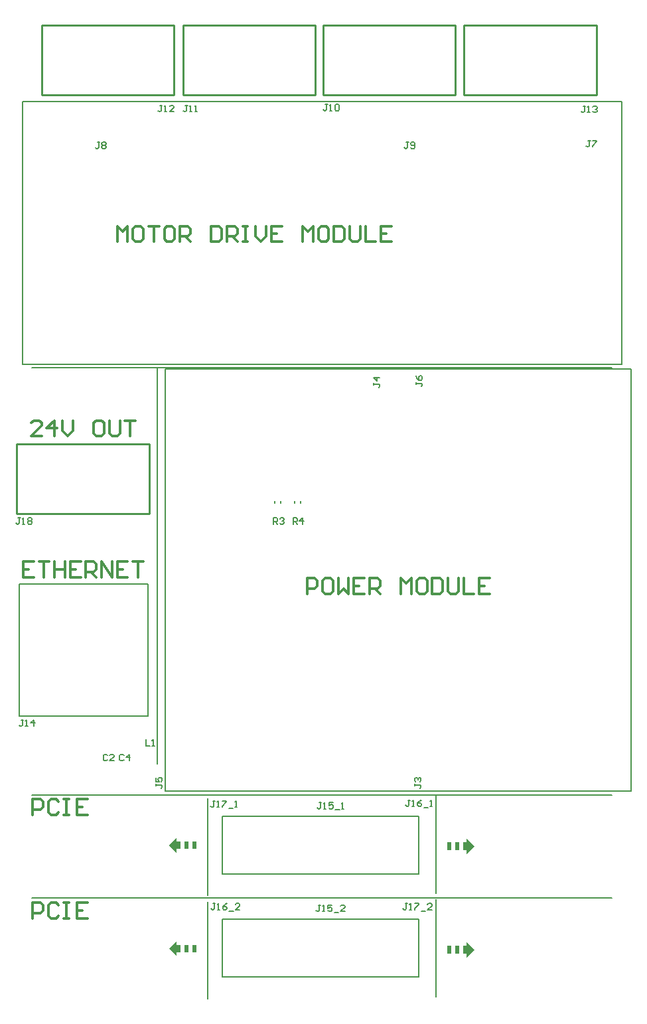
<source format=gto>
G04*
G04 #@! TF.GenerationSoftware,Altium Limited,Altium Designer,20.1.12 (249)*
G04*
G04 Layer_Color=65535*
%FSLAX25Y25*%
%MOIN*%
G70*
G04*
G04 #@! TF.SameCoordinates,38A4389A-7558-4E28-873A-C6C5AD051B8D*
G04*
G04*
G04 #@! TF.FilePolarity,Positive*
G04*
G01*
G75*
%ADD10C,0.01000*%
%ADD11C,0.00787*%
%ADD12C,0.01181*%
%ADD13C,0.00600*%
G36*
X90551Y23268D02*
X88583D01*
Y27205D01*
X90551D01*
Y23268D01*
D02*
G37*
G36*
X94488Y23268D02*
X92520D01*
Y27205D01*
X94488D01*
Y23268D01*
D02*
G37*
G36*
X84646Y27205D02*
X86614D01*
Y23268D01*
X84646Y23268D01*
Y21299D01*
X80709Y25236D01*
X84646Y29173D01*
Y27205D01*
D02*
G37*
G36*
X94488Y75236D02*
X92520Y75236D01*
Y79173D01*
X94488D01*
Y75236D01*
D02*
G37*
G36*
X90551Y75236D02*
X88583D01*
Y79173D01*
X90551D01*
Y75236D01*
D02*
G37*
G36*
X84646Y79173D02*
X86614D01*
Y75236D01*
X84646D01*
Y73268D01*
X80709Y77205D01*
X84646Y81142D01*
Y79173D01*
D02*
G37*
G36*
X226378Y22835D02*
X224410D01*
Y26772D01*
X226378D01*
Y22835D01*
D02*
G37*
G36*
X222441D02*
X220472D01*
Y26772D01*
X222441Y26772D01*
Y22835D01*
D02*
G37*
G36*
X234252Y24803D02*
X230315Y20866D01*
Y22835D01*
X228346D01*
Y26772D01*
X230315D01*
Y28740D01*
X234252Y24803D01*
D02*
G37*
G36*
X226378Y74803D02*
X224410D01*
Y78740D01*
X226378D01*
Y74803D01*
D02*
G37*
G36*
X222441D02*
X220472D01*
Y78740D01*
X222441D01*
Y74803D01*
D02*
G37*
G36*
X234252Y76772D02*
X230315Y72835D01*
Y74803D01*
X228346D01*
Y78740D01*
X230315Y78740D01*
Y80709D01*
X234252Y76772D01*
D02*
G37*
D10*
X4231Y243791D02*
X70731D01*
X4231D02*
Y278691D01*
X70731Y278691D01*
Y243791D02*
Y278691D01*
X158065Y454028D02*
X224565D01*
X158065D02*
Y488928D01*
X224565Y488928D01*
Y454028D02*
Y488928D01*
X87695Y454028D02*
X154195D01*
X87695D02*
Y488928D01*
X154195Y488928D01*
Y454028D02*
Y488928D01*
X16829Y454028D02*
X83329D01*
X16829D02*
Y488928D01*
X83329Y488928D01*
Y454028D02*
Y488928D01*
X228931Y454028D02*
X295431D01*
X228931D02*
Y488928D01*
X295431Y488928D01*
Y454028D02*
Y488928D01*
D11*
X11811Y316929D02*
X303150Y316929D01*
X7087Y450787D02*
X308268D01*
Y318898D02*
Y450787D01*
X7087Y318898D02*
X308268D01*
X7087D02*
Y450787D01*
X206299Y11024D02*
Y40157D01*
X107480Y11024D02*
X206299D01*
X107480D02*
Y40157D01*
X206299D01*
X74803Y316929D02*
X74803Y118110D01*
X100000Y39D02*
Y48858D01*
X214961Y1181D02*
Y50000D01*
X146752Y249114D02*
Y249902D01*
X143799Y249114D02*
Y249902D01*
X136909Y249114D02*
Y249902D01*
X133957Y249114D02*
Y249902D01*
X5512Y142126D02*
Y208268D01*
X70079D01*
Y142126D02*
Y208268D01*
X5512Y142126D02*
X70079D01*
X214961Y53150D02*
Y101969D01*
X206299Y62598D02*
Y91732D01*
X107480Y62598D02*
X206299D01*
X107480D02*
Y91732D01*
X206299D01*
X100000Y52008D02*
Y100827D01*
X78827Y104236D02*
Y316236D01*
X312827Y316236D01*
Y104236D02*
Y316236D01*
X78827Y104236D02*
X312827D01*
X11811Y102362D02*
X303150Y102362D01*
X11811Y50787D02*
X303150Y50787D01*
D12*
X54724Y380316D02*
Y388188D01*
X57348Y385564D01*
X59972Y388188D01*
Y380316D01*
X66532Y388188D02*
X63908D01*
X62596Y386876D01*
Y381628D01*
X63908Y380316D01*
X66532D01*
X67844Y381628D01*
Y386876D01*
X66532Y388188D01*
X70467D02*
X75715D01*
X73091D01*
Y380316D01*
X82275Y388188D02*
X79651D01*
X78339Y386876D01*
Y381628D01*
X79651Y380316D01*
X82275D01*
X83587Y381628D01*
Y386876D01*
X82275Y388188D01*
X86210Y380316D02*
Y388188D01*
X90146D01*
X91458Y386876D01*
Y384252D01*
X90146Y382940D01*
X86210D01*
X88834D02*
X91458Y380316D01*
X101953Y388188D02*
Y380316D01*
X105889D01*
X107201Y381628D01*
Y386876D01*
X105889Y388188D01*
X101953D01*
X109825Y380316D02*
Y388188D01*
X113760D01*
X115072Y386876D01*
Y384252D01*
X113760Y382940D01*
X109825D01*
X112449D02*
X115072Y380316D01*
X117696Y388188D02*
X120320D01*
X119008D01*
Y380316D01*
X117696D01*
X120320D01*
X124256Y388188D02*
Y382940D01*
X126880Y380316D01*
X129504Y382940D01*
Y388188D01*
X137375D02*
X132127D01*
Y380316D01*
X137375D01*
X132127Y384252D02*
X134751D01*
X147870Y380316D02*
Y388188D01*
X150494Y385564D01*
X153118Y388188D01*
Y380316D01*
X159678Y388188D02*
X157054D01*
X155742Y386876D01*
Y381628D01*
X157054Y380316D01*
X159678D01*
X160989Y381628D01*
Y386876D01*
X159678Y388188D01*
X163613D02*
Y380316D01*
X167549D01*
X168861Y381628D01*
Y386876D01*
X167549Y388188D01*
X163613D01*
X171485D02*
Y381628D01*
X172797Y380316D01*
X175420D01*
X176732Y381628D01*
Y388188D01*
X179356D02*
Y380316D01*
X184604D01*
X192475Y388188D02*
X187228D01*
Y380316D01*
X192475D01*
X187228Y384252D02*
X189851D01*
X150000Y203545D02*
Y211416D01*
X153936D01*
X155248Y210104D01*
Y207480D01*
X153936Y206168D01*
X150000D01*
X161807Y211416D02*
X159183D01*
X157871Y210104D01*
Y204856D01*
X159183Y203545D01*
X161807D01*
X163119Y204856D01*
Y210104D01*
X161807Y211416D01*
X165743D02*
Y203545D01*
X168367Y206168D01*
X170991Y203545D01*
Y211416D01*
X178862D02*
X173614D01*
Y203545D01*
X178862D01*
X173614Y207480D02*
X176238D01*
X181486Y203545D02*
Y211416D01*
X185422D01*
X186734Y210104D01*
Y207480D01*
X185422Y206168D01*
X181486D01*
X184110D02*
X186734Y203545D01*
X197229D02*
Y211416D01*
X199853Y208792D01*
X202477Y211416D01*
Y203545D01*
X209036Y211416D02*
X206412D01*
X205100Y210104D01*
Y204856D01*
X206412Y203545D01*
X209036D01*
X210348Y204856D01*
Y210104D01*
X209036Y211416D01*
X212972D02*
Y203545D01*
X216908D01*
X218219Y204856D01*
Y210104D01*
X216908Y211416D01*
X212972D01*
X220843D02*
Y204856D01*
X222155Y203545D01*
X224779D01*
X226091Y204856D01*
Y211416D01*
X228715D02*
Y203545D01*
X233962D01*
X241834Y211416D02*
X236586D01*
Y203545D01*
X241834D01*
X236586Y207480D02*
X239210D01*
X12205Y40552D02*
Y48424D01*
X16140D01*
X17452Y47112D01*
Y44488D01*
X16140Y43176D01*
X12205D01*
X25324Y47112D02*
X24012Y48424D01*
X21388D01*
X20076Y47112D01*
Y41864D01*
X21388Y40552D01*
X24012D01*
X25324Y41864D01*
X27948Y48424D02*
X30571D01*
X29260D01*
Y40552D01*
X27948D01*
X30571D01*
X39755Y48424D02*
X34507D01*
Y40552D01*
X39755D01*
X34507Y44488D02*
X37131D01*
X16665Y282678D02*
X11417D01*
X16665Y287926D01*
Y289238D01*
X15353Y290550D01*
X12729D01*
X11417Y289238D01*
X23224Y282678D02*
Y290550D01*
X19289Y286614D01*
X24536D01*
X27160Y290550D02*
Y285302D01*
X29784Y282678D01*
X32408Y285302D01*
Y290550D01*
X46839D02*
X44215D01*
X42903Y289238D01*
Y283990D01*
X44215Y282678D01*
X46839D01*
X48151Y283990D01*
Y289238D01*
X46839Y290550D01*
X50775D02*
Y283990D01*
X52087Y282678D01*
X54711D01*
X56022Y283990D01*
Y290550D01*
X58646D02*
X63894D01*
X61270D01*
Y282678D01*
X12728Y219684D02*
X7480D01*
Y211812D01*
X12728D01*
X7480Y215748D02*
X10104D01*
X15352Y219684D02*
X20599D01*
X17976D01*
Y211812D01*
X23223Y219684D02*
Y211812D01*
Y215748D01*
X28471D01*
Y219684D01*
Y211812D01*
X36342Y219684D02*
X31095D01*
Y211812D01*
X36342D01*
X31095Y215748D02*
X33719D01*
X38966Y211812D02*
Y219684D01*
X42902D01*
X44214Y218372D01*
Y215748D01*
X42902Y214436D01*
X38966D01*
X41590D02*
X44214Y211812D01*
X46838D02*
Y219684D01*
X52085Y211812D01*
Y219684D01*
X59957D02*
X54709D01*
Y211812D01*
X59957D01*
X54709Y215748D02*
X57333D01*
X62581Y219684D02*
X67828D01*
X65205D01*
Y211812D01*
X12205Y92521D02*
Y100392D01*
X16140D01*
X17452Y99080D01*
Y96457D01*
X16140Y95145D01*
X12205D01*
X25324Y99080D02*
X24012Y100392D01*
X21388D01*
X20076Y99080D01*
Y93833D01*
X21388Y92521D01*
X24012D01*
X25324Y93833D01*
X27948Y100392D02*
X30571D01*
X29260D01*
Y92521D01*
X27948D01*
X30571D01*
X39755Y100392D02*
X34507D01*
Y92521D01*
X39755D01*
X34507Y96457D02*
X37131D01*
D13*
X6008Y241757D02*
X4942D01*
X5475D01*
Y239091D01*
X4942Y238558D01*
X4408D01*
X3875Y239091D01*
X7074Y238558D02*
X8141D01*
X7608D01*
Y241757D01*
X7074Y241224D01*
X9740D02*
X10273Y241757D01*
X11340D01*
X11873Y241224D01*
Y240691D01*
X11340Y240158D01*
X11873Y239624D01*
Y239091D01*
X11340Y238558D01*
X10273D01*
X9740Y239091D01*
Y239624D01*
X10273Y240158D01*
X9740Y240691D01*
Y241224D01*
X10273Y240158D02*
X11340D01*
X200447Y47929D02*
X199381D01*
X199914D01*
Y45263D01*
X199381Y44730D01*
X198847D01*
X198314Y45263D01*
X201513Y44730D02*
X202579D01*
X202046D01*
Y47929D01*
X201513Y47396D01*
X204179Y47929D02*
X206311D01*
Y47396D01*
X204179Y45263D01*
Y44730D01*
X207378Y44197D02*
X209510D01*
X212709Y44730D02*
X210577D01*
X212709Y46863D01*
Y47396D01*
X212176Y47929D01*
X211110D01*
X210577Y47396D01*
X103990Y47929D02*
X102924D01*
X103457D01*
Y45263D01*
X102924Y44730D01*
X102391D01*
X101857Y45263D01*
X105056Y44730D02*
X106123D01*
X105590D01*
Y47929D01*
X105056Y47396D01*
X109855Y47929D02*
X108789Y47396D01*
X107722Y46330D01*
Y45263D01*
X108255Y44730D01*
X109322D01*
X109855Y45263D01*
Y45796D01*
X109322Y46330D01*
X107722D01*
X110921Y44197D02*
X113054D01*
X116253Y44730D02*
X114120D01*
X116253Y46863D01*
Y47396D01*
X115720Y47929D01*
X114653D01*
X114120Y47396D01*
X156746Y47142D02*
X155680D01*
X156213D01*
Y44476D01*
X155680Y43943D01*
X155147D01*
X154613Y44476D01*
X157812Y43943D02*
X158879D01*
X158345D01*
Y47142D01*
X157812Y46608D01*
X162611Y47142D02*
X160478D01*
Y45542D01*
X161544Y46075D01*
X162078D01*
X162611Y45542D01*
Y44476D01*
X162078Y43943D01*
X161011D01*
X160478Y44476D01*
X163677Y43409D02*
X165810D01*
X169009Y43943D02*
X166876D01*
X169009Y46075D01*
Y46608D01*
X168475Y47142D01*
X167409D01*
X166876Y46608D01*
X143003Y238558D02*
Y241757D01*
X144603D01*
X145136Y241224D01*
Y240158D01*
X144603Y239624D01*
X143003D01*
X144070D02*
X145136Y238558D01*
X147802D02*
Y241757D01*
X146203Y240158D01*
X148335D01*
X133161Y238558D02*
Y241757D01*
X134760D01*
X135294Y241224D01*
Y240158D01*
X134760Y239624D01*
X133161D01*
X134227D02*
X135294Y238558D01*
X136360Y241224D02*
X136893Y241757D01*
X137959D01*
X138493Y241224D01*
Y240691D01*
X137959Y240158D01*
X137426D01*
X137959D01*
X138493Y239624D01*
Y239091D01*
X137959Y238558D01*
X136893D01*
X136360Y239091D01*
X103736Y99504D02*
X102670D01*
X103203D01*
Y96838D01*
X102670Y96305D01*
X102136D01*
X101603Y96838D01*
X104802Y96305D02*
X105868D01*
X105335D01*
Y99504D01*
X104802Y98971D01*
X107468Y99504D02*
X109601D01*
Y98971D01*
X107468Y96838D01*
Y96305D01*
X110667Y95772D02*
X112800D01*
X113866Y96305D02*
X114932D01*
X114399D01*
Y99504D01*
X113866Y98971D01*
X201767Y99898D02*
X200701D01*
X201234D01*
Y97232D01*
X200701Y96699D01*
X200168D01*
X199635Y97232D01*
X202834Y96699D02*
X203900D01*
X203367D01*
Y99898D01*
X202834Y99364D01*
X207632Y99898D02*
X206566Y99364D01*
X205500Y98298D01*
Y97232D01*
X206033Y96699D01*
X207099D01*
X207632Y97232D01*
Y97765D01*
X207099Y98298D01*
X205500D01*
X208698Y96165D02*
X210831D01*
X211897Y96699D02*
X212964D01*
X212431D01*
Y99898D01*
X211897Y99364D01*
X157279Y98716D02*
X156213D01*
X156746D01*
Y96051D01*
X156213Y95517D01*
X155680D01*
X155147Y96051D01*
X158345Y95517D02*
X159412D01*
X158879D01*
Y98716D01*
X158345Y98183D01*
X163144Y98716D02*
X161011D01*
Y97117D01*
X162078Y97650D01*
X162611D01*
X163144Y97117D01*
Y96051D01*
X162611Y95517D01*
X161544D01*
X161011Y96051D01*
X164210Y94984D02*
X166343D01*
X167409Y95517D02*
X168475D01*
X167942D01*
Y98716D01*
X167409Y98183D01*
X7583Y140182D02*
X6516D01*
X7050D01*
Y137516D01*
X6516Y136983D01*
X5983D01*
X5450Y137516D01*
X8649Y136983D02*
X9715D01*
X9182D01*
Y140182D01*
X8649Y139649D01*
X12914Y136983D02*
Y140182D01*
X11315Y138583D01*
X13447D01*
X289866Y448450D02*
X288800D01*
X289333D01*
Y445784D01*
X288800Y445251D01*
X288267D01*
X287734Y445784D01*
X290932Y445251D02*
X291999D01*
X291466D01*
Y448450D01*
X290932Y447917D01*
X293598D02*
X294131Y448450D01*
X295198D01*
X295731Y447917D01*
Y447384D01*
X295198Y446850D01*
X294665D01*
X295198D01*
X295731Y446317D01*
Y445784D01*
X295198Y445251D01*
X294131D01*
X293598Y445784D01*
X77268Y448844D02*
X76201D01*
X76735D01*
Y446178D01*
X76201Y445645D01*
X75668D01*
X75135Y446178D01*
X78334Y445645D02*
X79400D01*
X78867D01*
Y448844D01*
X78334Y448310D01*
X83133Y445645D02*
X81000D01*
X83133Y447777D01*
Y448310D01*
X82599Y448844D01*
X81533D01*
X81000Y448310D01*
X90006Y448844D02*
X88939D01*
X89473D01*
Y446178D01*
X88939Y445645D01*
X88406D01*
X87873Y446178D01*
X91072Y445645D02*
X92138D01*
X91605D01*
Y448844D01*
X91072Y448310D01*
X93738Y445645D02*
X94804D01*
X94271D01*
Y448844D01*
X93738Y448310D01*
X160339Y449237D02*
X159272D01*
X159806D01*
Y446571D01*
X159272Y446038D01*
X158739D01*
X158206Y446571D01*
X161405Y446038D02*
X162471D01*
X161938D01*
Y449237D01*
X161405Y448704D01*
X164071D02*
X164604Y449237D01*
X165670D01*
X166203Y448704D01*
Y446571D01*
X165670Y446038D01*
X164604D01*
X164071Y446571D01*
Y448704D01*
X201042Y430340D02*
X199975D01*
X200508D01*
Y427674D01*
X199975Y427141D01*
X199442D01*
X198909Y427674D01*
X202108D02*
X202641Y427141D01*
X203707D01*
X204241Y427674D01*
Y429807D01*
X203707Y430340D01*
X202641D01*
X202108Y429807D01*
Y429273D01*
X202641Y428740D01*
X204241D01*
X45924Y430340D02*
X44857D01*
X45390D01*
Y427674D01*
X44857Y427141D01*
X44324D01*
X43791Y427674D01*
X46990Y429807D02*
X47523Y430340D01*
X48589D01*
X49123Y429807D01*
Y429273D01*
X48589Y428740D01*
X49123Y428207D01*
Y427674D01*
X48589Y427141D01*
X47523D01*
X46990Y427674D01*
Y428207D01*
X47523Y428740D01*
X46990Y429273D01*
Y429807D01*
X47523Y428740D02*
X48589D01*
X292380Y431127D02*
X291314D01*
X291847D01*
Y428461D01*
X291314Y427928D01*
X290781D01*
X290248Y428461D01*
X293447Y431127D02*
X295579D01*
Y430594D01*
X293447Y428461D01*
Y427928D01*
X69127Y130340D02*
Y127141D01*
X71260D01*
X72326D02*
X73392D01*
X72859D01*
Y130340D01*
X72326Y129806D01*
X204700Y309703D02*
Y308637D01*
Y309170D01*
X207365D01*
X207899Y308637D01*
Y308104D01*
X207365Y307570D01*
X204700Y312902D02*
X205233Y311836D01*
X206299Y310769D01*
X207365D01*
X207899Y311303D01*
Y312369D01*
X207365Y312902D01*
X206832D01*
X206299Y312369D01*
Y310769D01*
X74078Y108019D02*
Y106953D01*
Y107486D01*
X76744D01*
X77277Y106953D01*
Y106419D01*
X76744Y105886D01*
X74078Y111218D02*
Y109085D01*
X75677D01*
X75144Y110152D01*
Y110685D01*
X75677Y111218D01*
X76744D01*
X77277Y110685D01*
Y109618D01*
X76744Y109085D01*
X183440Y309309D02*
Y308243D01*
Y308776D01*
X186106D01*
X186639Y308243D01*
Y307710D01*
X186106Y307177D01*
X186639Y311975D02*
X183440D01*
X185039Y310376D01*
Y312508D01*
X204078Y108019D02*
Y106953D01*
Y107486D01*
X206744D01*
X207277Y106953D01*
Y106419D01*
X206744Y105886D01*
X204611Y109085D02*
X204078Y109618D01*
Y110685D01*
X204611Y111218D01*
X205144D01*
X205677Y110685D01*
Y110152D01*
Y110685D01*
X206210Y111218D01*
X206744D01*
X207277Y110685D01*
Y109618D01*
X206744Y109085D01*
X58128Y122326D02*
X57595Y122859D01*
X56529D01*
X55996Y122326D01*
Y120194D01*
X56529Y119660D01*
X57595D01*
X58128Y120194D01*
X60794Y119660D02*
Y122859D01*
X59195Y121260D01*
X61327D01*
X49861Y122326D02*
X49327Y122859D01*
X48261D01*
X47728Y122326D01*
Y120194D01*
X48261Y119660D01*
X49327D01*
X49861Y120194D01*
X53060Y119660D02*
X50927D01*
X53060Y121793D01*
Y122326D01*
X52526Y122859D01*
X51460D01*
X50927Y122326D01*
M02*

</source>
